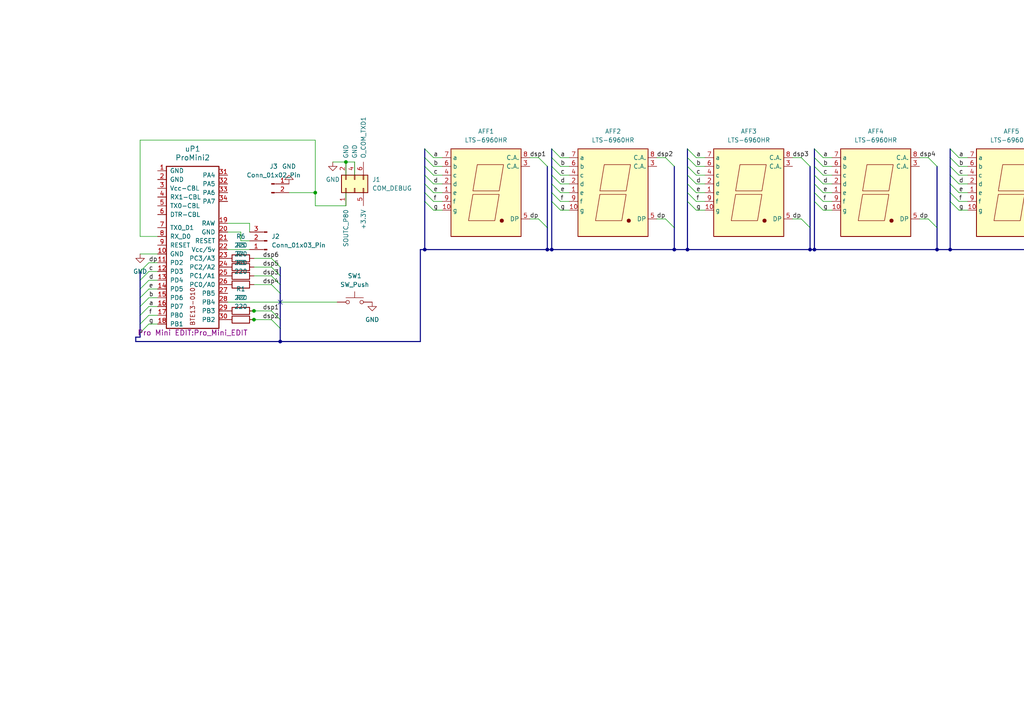
<source format=kicad_sch>
(kicad_sch (version 20230121) (generator eeschema)
  (paper "A4")
  (lib_symbols
    (symbol "COM_DEBUG:COM_DEBUG_Header" (pin_names (offset 1.016))
      (property "Reference" "J1" (at 6.35 1.27 0))
      (property "Value" "COM_DEBUG" (at 6.35 -1.27 0))
      (symbol "COM_DEBUG_Header_1_1"
        (rectangle (start -2.54 -2.54) (end 5.08 2.54) (stroke (width 0.254)) (fill (type background)))
        (rectangle (start -1.397 -2.54) (end -1.143 -1.27) (stroke (width 0.1524)))
        (rectangle (start -1.397 2.54) (end -1.143 1.27) (stroke (width 0.1524)))
        (rectangle (start 1.143 -2.54) (end 1.397 -1.27) (stroke (width 0.1524)))
        (rectangle (start 1.143 2.54) (end 1.397 1.27) (stroke (width 0.1524)))
        (rectangle (start 3.683 -2.54) (end 3.937 -1.27) (stroke (width 0.1524)))
        (rectangle (start 3.683 2.54) (end 3.937 1.27) (stroke (width 0.1524)))
        (pin passive line (at -1.27 -2.54 270) (length 3.81) (name "SOUTC_P80") (number "1"))
        (pin passive line (at -1.27 2.54 90) (length 3.81) (name "GND") (number "2"))
        (pin passive line (at 1.27 2.54 90) (length 3.81) (name "GND") (number "4"))
        (pin passive line (at 3.81 -2.54 270) (length 3.81) (name "+3.3V") (number "5"))
        (pin passive line (at 3.81 2.54 90) (length 3.81) (name "O_COM_TXD1") (number "6"))
      )
    )
    (symbol "Connector:Conn_01x02_Pin" (pin_names (offset 1.016) hide)
      (property "Reference" "J" (at 0 2.54 0))
      (property "Value" "Conn_01x02_Pin" (at 0 -5.08 0))
      (symbol "Conn_01x02_Pin_1_1"
        (polyline (pts (xy 1.27 -2.54) (xy 0.8636 -2.54)) (stroke (width 0.1524)))
        (polyline (pts (xy 1.27 0) (xy 0.8636 0)) (stroke (width 0.1524)))
        (rectangle (start 0.8636 -2.413) (end 0 -2.667) (stroke (width 0.1524)) (fill (type outline)))
        (rectangle (start 0.8636 0.127) (end 0 -0.127) (stroke (width 0.1524)) (fill (type outline)))
        (pin passive line (at 5.08 0 180) (length 3.81) (name "Pin_1") (number "1"))
        (pin passive line (at 5.08 -2.54 180) (length 3.81) (name "Pin_2") (number "2"))
      )
    )
    (symbol "Connector:Conn_01x03_Pin" (pin_names (offset 1.016) hide)
      (property "Reference" "J" (at 0 5.08 0))
      (property "Value" "Conn_01x03_Pin" (at 0 -5.08 0))
      (symbol "Conn_01x03_Pin_1_1"
        (polyline (pts (xy 1.27 -2.54) (xy 0.8636 -2.54)) (stroke (width 0.1524)))
        (polyline (pts (xy 1.27 0) (xy 0.8636 0)) (stroke (width 0.1524)))
        (polyline (pts (xy 1.27 2.54) (xy 0.8636 2.54)) (stroke (width 0.1524)))
        (rectangle (start 0.8636 -2.413) (end 0 -2.667) (stroke (width 0.1524)) (fill (type outline)))
        (rectangle (start 0.8636 0.127) (end 0 -0.127) (stroke (width 0.1524)) (fill (type outline)))
        (rectangle (start 0.8636 2.667) (end 0 2.413) (stroke (width 0.1524)) (fill (type outline)))
        (pin passive line (at 5.08 2.54 180) (length 3.81) (name "Pin_1") (number "1"))
        (pin passive line (at 5.08 0 180) (length 3.81) (name "Pin_2") (number "2"))
        (pin passive line (at 5.08 -2.54 180) (length 3.81) (name "Pin_3") (number "3"))
      )
    )
    (symbol "Device:R" (pin_numbers hide) (pin_names (offset 0))
      (property "Reference" "R" (at 2.032 0 90))
      (property "Value" "R" (at 0 0 90))
      (symbol "R_0_1"
        (rectangle (start -1.016 -2.54) (end 1.016 2.54) (stroke (width 0.254)))
      )
      (symbol "R_1_1"
        (pin passive line (at 0 3.81 270) (length 1.27) (name "~") (number "1"))
        (pin passive line (at 0 -3.81 90) (length 1.27) (name "~") (number "2"))
      )
    )
    (symbol "Display_Character:LTS-6960HR"
      (property "Reference" "AFF" (at -7.874 13.97 0))
      (property "Value" "LTS-6960HR" (at -2.032 13.97 0))
      (symbol "LTS-6960HR_0_1"
        (rectangle (start -10.16 12.7) (end 10.16 -12.7) (stroke (width 0.254)) (fill (type background)))
        (polyline (pts (xy -3.81 -0.508) (xy 3.81 -0.508) (xy 2.54 -8.128) (xy -5.08 -8.128) (xy -3.81 -0.508) (xy -3.81 -0.508)))
        (polyline (pts (xy -2.54 8.128) (xy 5.08 8.128) (xy 3.81 0.508) (xy -3.81 0.508) (xy -2.54 8.128) (xy -2.54 8.128)))
        (circle (center 4.572 -8.128) (radius 0.508) (fill (type outline)))
      )
      (symbol "LTS-6960HR_1_1"
        (pin passive line (at -12.7 0 0) (length 2.54) (name "e") (number "1"))
        (pin passive line (at -12.7 -5.08 0) (length 2.54) (name "g") (number "10"))
        (pin passive line (at -12.7 2.54 0) (length 2.54) (name "d") (number "2"))
        (pin passive line (at 12.7 7.62 180) (length 2.54) (name "C.A.") (number "3"))
        (pin passive line (at -12.7 5.08 0) (length 2.54) (name "c") (number "4"))
        (pin passive line (at 12.7 -7.62 180) (length 2.54) (name "DP") (number "5"))
        (pin passive line (at -12.7 7.62 0) (length 2.54) (name "b") (number "6"))
        (pin passive line (at -12.7 10.16 0) (length 2.54) (name "a") (number "7"))
        (pin passive line (at 12.7 10.16 180) (length 2.54) (name "C.A.") (number "8"))
        (pin passive line (at -12.7 -2.54 0) (length 2.54) (name "f") (number "9"))
      )
    )
    (symbol "Switch:SW_Push" (pin_numbers hide) (pin_names (offset 1.016) hide)
      (property "Reference" "SW" (at 1.27 2.54 0))
      (property "Value" "SW_Push" (at 0 -1.524 0))
      (symbol "SW_Push_0_1"
        (circle (center -2.032 0) (radius 0.508))
        (polyline (pts (xy 0 1.27) (xy 0 3.048)))
        (polyline (pts (xy 2.54 1.27) (xy -2.54 1.27)))
        (circle (center 2.032 0) (radius 0.508))
        (pin passive line (at -5.08 0 0) (length 2.54) (name "1") (number "1"))
        (pin passive line (at 5.08 0 180) (length 2.54) (name "2") (number "2"))
      )
    )
    (symbol "j_ProcessorBoards:ProMini2" (pin_names (offset 1.016))
      (property "Reference" "uP" (at -12.7 -8.89 0))
      (property "Value" "ProMini2" (at -15.24 -58.42 0))
      (symbol "ProMini2_0_1"
        (rectangle (start -22.86 -10.16) (end -7.62 -57.15) (stroke (width 0.3048)))
      )
      (symbol "ProMini2_1_0"
        (text "BTE13-010" (at -15.24 -50.8 900) (effects (font (size 1.27 1.27))))
      )
      (symbol "ProMini2_1_1"
        (pin input line (at -25.4 -11.43 0) (length 2.54) (name "GND") (number "1"))
        (pin input line (at -25.4 -35.56 0) (length 2.54) (name "GND") (number "10"))
        (pin bidirectional line (at -25.4 -38.1 0) (length 2.54) (name "PD2") (number "11"))
        (pin bidirectional line (at -25.4 -40.64 0) (length 2.54) (name "PD3") (number "12"))
        (pin bidirectional line (at -25.4 -43.18 0) (length 2.54) (name "PD4") (number "13"))
        (pin bidirectional line (at -25.4 -45.72 0) (length 2.54) (name "PD5") (number "14"))
        (pin bidirectional line (at -25.4 -48.26 0) (length 2.54) (name "PD6") (number "15"))
        (pin bidirectional line (at -25.4 -50.8 0) (length 2.54) (name "PD7") (number "16"))
        (pin bidirectional line (at -25.4 -53.34 0) (length 2.54) (name "PB0") (number "17"))
        (pin bidirectional line (at -25.4 -55.88 0) (length 2.54) (name "PB1") (number "18"))
        (pin input line (at -5.08 -26.67 180) (length 2.54) (name "RAW") (number "19"))
        (pin input line (at -25.4 -13.97 0) (length 2.54) (name "GND") (number "2"))
        (pin input line (at -5.08 -29.21 180) (length 2.54) (name "GND") (number "20"))
        (pin input line (at -5.08 -31.75 180) (length 2.54) (name "RESET") (number "21"))
        (pin input line (at -5.08 -34.29 180) (length 2.54) (name "Vcc/5v") (number "22"))
        (pin bidirectional line (at -5.08 -36.83 180) (length 2.54) (name "PC3/A3") (number "23"))
        (pin bidirectional line (at -5.08 -39.37 180) (length 2.54) (name "PC2/A2") (number "24"))
        (pin bidirectional line (at -5.08 -41.91 180) (length 2.54) (name "PC1/A1") (number "25"))
        (pin bidirectional line (at -5.08 -44.45 180) (length 2.54) (name "PC0/A0") (number "26"))
        (pin bidirectional line (at -5.08 -46.99 180) (length 2.54) (name "PB5") (number "27"))
        (pin bidirectional line (at -5.08 -49.53 180) (length 2.54) (name "PB4") (number "28"))
        (pin bidirectional line (at -5.08 -52.07 180) (length 2.54) (name "PB3") (number "29"))
        (pin power_in line (at -25.4 -16.51 0) (length 2.54) (name "Vcc-CBL") (number "3"))
        (pin bidirectional line (at -5.08 -54.61 180) (length 2.54) (name "PB2") (number "30"))
        (pin bidirectional line (at -5.08 -12.7 180) (length 2.54) (name "PA4") (number "31"))
        (pin bidirectional line (at -5.08 -15.24 180) (length 2.54) (name "PA5") (number "32"))
        (pin bidirectional line (at -5.08 -17.78 180) (length 2.54) (name "PA6") (number "33"))
        (pin bidirectional line (at -5.08 -20.32 180) (length 2.54) (name "PA7") (number "34"))
        (pin bidirectional line (at -25.4 -19.05 0) (length 2.54) (name "RX1-CBL") (number "4"))
        (pin bidirectional line (at -25.4 -21.59 0) (length 2.54) (name "TX0-CBL") (number "5"))
        (pin bidirectional line (at -25.4 -24.13 0) (length 2.54) (name "DTR-CBL") (number "6"))
        (pin bidirectional line (at -25.4 -27.94 0) (length 2.54) (name "TX0_D1") (number "7"))
        (pin bidirectional line (at -25.4 -30.48 0) (length 2.54) (name "RX_D0") (number "8"))
        (pin input line (at -25.4 -33.02 0) (length 2.54) (name "RESET") (number "9"))
      )
    )
    (symbol "power:GND" (power) (pin_names (offset 0))
      (property "Value" "GND" (at 0 -3.81 0))
      (symbol "GND_0_1"
        (polyline (pts (xy 0 0) (xy 0 -1.27) (xy 1.27 -1.27) (xy 0 -2.54) (xy -1.27 -1.27) (xy 0 -1.27)))
      )
      (symbol "GND_1_1"
        (pin power_in line (at 0 0 270) (length 0) hide (name "GND") (number "1"))
      )
    )
  )
  (junction (at 271.78 72.39))
  (junction (at 199.39 72.39))
  (junction (at 158.75 72.39))
  (junction (at 275.59 72.39))
  (junction (at 236.22 72.39))
  (junction (at 100.33 46.99))
  (junction (at 312.42 72.39))
  (junction (at 81.28 99.06))
  (junction (at 123.19 72.39))
  (junction (at 311.15 72.39))
  (junction (at 160.02 72.39))
  (junction (at 234.95 72.39))
  (junction (at 73.66 92.71))
  (junction (at 91.44 55.88))
  (junction (at 73.66 90.17))
  (junction (at 195.58 72.39))
  (no_connect (at 81.28 87.63))
  (bus_entry (at 201.93 55.88) (size -2.54 -2.54))
  (bus_entry (at 156.21 63.5) (size 2.54 2.54))
  (bus_entry (at 201.93 60.96) (size -2.54 -2.54))
  (bus_entry (at 193.04 45.72) (size 2.54 2.54))
  (bus_entry (at 314.96 45.72) (size -2.54 -2.54))
  (bus_entry (at 278.13 48.26) (size -2.54 -2.54))
  (bus_entry (at 238.76 50.8) (size -2.54 -2.54))
  (bus_entry (at 43.18 76.2) (size -2.54 2.54))
  (bus_entry (at 201.93 58.42) (size -2.54 -2.54))
  (bus_entry (at 43.18 78.74) (size -2.54 2.54))
  (bus_entry (at 125.73 58.42) (size -2.54 -2.54))
  (bus_entry (at 43.18 93.98) (size -2.54 2.54))
  (bus_entry (at 201.93 50.8) (size -2.54 -2.54))
  (bus_entry (at 125.73 53.34) (size -2.54 -2.54))
  (bus_entry (at 43.18 81.28) (size -2.54 2.54))
  (bus_entry (at 125.73 55.88) (size -2.54 -2.54))
  (bus_entry (at 78.74 92.71) (size 2.54 2.54))
  (bus_entry (at 314.96 58.42) (size -2.54 -2.54))
  (bus_entry (at 78.74 80.01) (size 2.54 2.54))
  (bus_entry (at 78.74 82.55) (size 2.54 2.54))
  (bus_entry (at 308.61 63.5) (size 2.54 2.54))
  (bus_entry (at 314.96 60.96) (size -2.54 -2.54))
  (bus_entry (at 193.04 63.5) (size 2.54 2.54))
  (bus_entry (at 314.96 53.34) (size -2.54 -2.54))
  (bus_entry (at 278.13 53.34) (size -2.54 -2.54))
  (bus_entry (at 125.73 45.72) (size -2.54 -2.54))
  (bus_entry (at 201.93 53.34) (size -2.54 -2.54))
  (bus_entry (at 238.76 55.88) (size -2.54 -2.54))
  (bus_entry (at 238.76 58.42) (size -2.54 -2.54))
  (bus_entry (at 43.18 91.44) (size -2.54 2.54))
  (bus_entry (at 269.24 45.72) (size 2.54 2.54))
  (bus_entry (at 238.76 60.96) (size -2.54 -2.54))
  (bus_entry (at 345.44 63.5) (size 2.54 2.54))
  (bus_entry (at 43.18 86.36) (size -2.54 2.54))
  (bus_entry (at 125.73 60.96) (size -2.54 -2.54))
  (bus_entry (at 314.96 55.88) (size -2.54 -2.54))
  (bus_entry (at 162.56 50.8) (size -2.54 -2.54))
  (bus_entry (at 232.41 63.5) (size 2.54 2.54))
  (bus_entry (at 162.56 48.26) (size -2.54 -2.54))
  (bus_entry (at 278.13 45.72) (size -2.54 -2.54))
  (bus_entry (at 125.73 50.8) (size -2.54 -2.54))
  (bus_entry (at 78.74 74.93) (size 2.54 2.54))
  (bus_entry (at 43.18 83.82) (size -2.54 2.54))
  (bus_entry (at 278.13 58.42) (size -2.54 -2.54))
  (bus_entry (at 201.93 45.72) (size -2.54 -2.54))
  (bus_entry (at 278.13 55.88) (size -2.54 -2.54))
  (bus_entry (at 308.61 48.26) (size 2.54 2.54))
  (bus_entry (at 314.96 50.8) (size -2.54 -2.54))
  (bus_entry (at 162.56 45.72) (size -2.54 -2.54))
  (bus_entry (at 78.74 77.47) (size 2.54 2.54))
  (bus_entry (at 238.76 45.72) (size -2.54 -2.54))
  (bus_entry (at 162.56 55.88) (size -2.54 -2.54))
  (bus_entry (at 278.13 50.8) (size -2.54 -2.54))
  (bus_entry (at 162.56 53.34) (size -2.54 -2.54))
  (bus_entry (at 278.13 60.96) (size -2.54 -2.54))
  (bus_entry (at 78.74 90.17) (size 2.54 2.54))
  (bus_entry (at 125.73 48.26) (size -2.54 -2.54))
  (bus_entry (at 232.41 45.72) (size 2.54 2.54))
  (bus_entry (at 162.56 60.96) (size -2.54 -2.54))
  (bus_entry (at 201.93 48.26) (size -2.54 -2.54))
  (bus_entry (at 238.76 53.34) (size -2.54 -2.54))
  (bus_entry (at 314.96 48.26) (size -2.54 -2.54))
  (bus_entry (at 238.76 48.26) (size -2.54 -2.54))
  (bus_entry (at 162.56 58.42) (size -2.54 -2.54))
  (bus_entry (at 269.24 63.5) (size 2.54 2.54))
  (bus_entry (at 345.44 48.26) (size 2.54 2.54))
  (bus_entry (at 156.21 45.72) (size 2.54 2.54))
  (bus_entry (at 43.18 88.9) (size -2.54 2.54))
  (wire (pts (xy 40.64 73.66) (xy 45.72 73.66)))
  (wire (pts (xy 43.18 83.82) (xy 45.72 83.82)))
  (wire (pts (xy 66.04 87.63) (xy 97.79 87.63)))
  (wire (pts (xy 201.93 55.88) (xy 204.47 55.88)))
  (wire (pts (xy 190.5 45.72) (xy 193.04 45.72)))
  (bus (pts (xy 160.02 45.72) (xy 160.02 48.26)))
  (wire (pts (xy 73.66 80.01) (xy 78.74 80.01)))
  (bus (pts (xy 40.64 86.36) (xy 40.64 88.9)))
  (bus (pts (xy 40.64 88.9) (xy 40.64 91.44)))
  (bus (pts (xy 195.58 72.39) (xy 199.39 72.39)))
  (bus (pts (xy 236.22 45.72) (xy 236.22 48.26)))
  (wire (pts (xy 162.56 45.72) (xy 165.1 45.72)))
  (wire (pts (xy 153.67 45.72) (xy 156.21 45.72)))
  (bus (pts (xy 275.59 55.88) (xy 275.59 58.42)))
  (bus (pts (xy 234.95 72.39) (xy 236.22 72.39)))
  (wire (pts (xy 314.96 53.34) (xy 317.5 53.34)))
  (wire (pts (xy 201.93 60.96) (xy 204.47 60.96)))
  (wire (pts (xy 266.7 63.5) (xy 269.24 63.5)))
  (wire (pts (xy 96.52 46.99) (xy 100.33 46.99)))
  (wire (pts (xy 43.18 86.36) (xy 45.72 86.36)))
  (bus (pts (xy 160.02 43.18) (xy 160.02 45.72)))
  (wire (pts (xy 238.76 60.96) (xy 241.3 60.96)))
  (wire (pts (xy 314.96 60.96) (xy 317.5 60.96)))
  (bus (pts (xy 311.15 50.8) (xy 311.15 66.04)))
  (bus (pts (xy 81.28 92.71) (xy 81.28 95.25)))
  (wire (pts (xy 278.13 60.96) (xy 280.67 60.96)))
  (bus (pts (xy 199.39 45.72) (xy 199.39 48.26)))
  (bus (pts (xy 195.58 72.39) (xy 160.02 72.39)))
  (wire (pts (xy 314.96 45.72) (xy 317.5 45.72)))
  (wire (pts (xy 162.56 53.34) (xy 165.1 53.34)))
  (bus (pts (xy 81.28 80.01) (xy 81.28 82.55)))
  (bus (pts (xy 271.78 72.39) (xy 236.22 72.39)))
  (wire (pts (xy 72.39 64.77) (xy 66.04 64.77)))
  (bus (pts (xy 123.19 53.34) (xy 123.19 55.88)))
  (bus (pts (xy 275.59 58.42) (xy 275.59 72.39)))
  (wire (pts (xy 201.93 58.42) (xy 204.47 58.42)))
  (bus (pts (xy 236.22 55.88) (xy 236.22 58.42)))
  (bus (pts (xy 312.42 55.88) (xy 312.42 58.42)))
  (bus (pts (xy 199.39 58.42) (xy 199.39 72.39)))
  (wire (pts (xy 314.96 58.42) (xy 317.5 58.42)))
  (bus (pts (xy 195.58 66.04) (xy 195.58 72.39)))
  (bus (pts (xy 199.39 43.18) (xy 199.39 45.72)))
  (bus (pts (xy 236.22 48.26) (xy 236.22 50.8)))
  (bus (pts (xy 275.59 53.34) (xy 275.59 55.88)))
  (bus (pts (xy 271.78 48.26) (xy 271.78 66.04)))
  (wire (pts (xy 125.73 60.96) (xy 128.27 60.96)))
  (wire (pts (xy 162.56 60.96) (xy 165.1 60.96)))
  (bus (pts (xy 39.37 97.79) (xy 40.64 97.79)))
  (wire (pts (xy 72.39 90.17) (xy 73.66 90.17)))
  (bus (pts (xy 158.75 48.26) (xy 158.75 66.04)))
  (bus (pts (xy 121.92 72.39) (xy 123.19 72.39)))
  (bus (pts (xy 271.78 66.04) (xy 271.78 72.39)))
  (bus (pts (xy 123.19 50.8) (xy 123.19 53.34)))
  (wire (pts (xy 314.96 50.8) (xy 317.5 50.8)))
  (wire (pts (xy 43.18 93.98) (xy 45.72 93.98)))
  (wire (pts (xy 72.39 92.71) (xy 73.66 92.71)))
  (bus (pts (xy 275.59 50.8) (xy 275.59 53.34)))
  (bus (pts (xy 40.64 91.44) (xy 40.64 93.98)))
  (wire (pts (xy 238.76 55.88) (xy 241.3 55.88)))
  (bus (pts (xy 160.02 55.88) (xy 160.02 58.42)))
  (bus (pts (xy 81.28 85.09) (xy 81.28 92.71)))
  (wire (pts (xy 102.87 46.99) (xy 102.87 50.8)))
  (wire (pts (xy 125.73 45.72) (xy 128.27 45.72)))
  (bus (pts (xy 123.19 48.26) (xy 123.19 50.8)))
  (wire (pts (xy 238.76 53.34) (xy 241.3 53.34)))
  (bus (pts (xy 81.28 77.47) (xy 81.28 80.01)))
  (bus (pts (xy 234.95 48.26) (xy 234.95 66.04)))
  (bus (pts (xy 312.42 50.8) (xy 312.42 53.34)))
  (wire (pts (xy 91.44 40.64) (xy 91.44 55.88)))
  (bus (pts (xy 347.98 72.39) (xy 312.42 72.39)))
  (bus (pts (xy 199.39 50.8) (xy 199.39 53.34)))
  (bus (pts (xy 275.59 48.26) (xy 275.59 50.8)))
  (bus (pts (xy 312.42 48.26) (xy 312.42 50.8)))
  (wire (pts (xy 40.64 68.58) (xy 40.64 40.64)))
  (bus (pts (xy 160.02 48.26) (xy 160.02 50.8)))
  (bus (pts (xy 158.75 66.04) (xy 158.75 72.39)))
  (bus (pts (xy 312.42 53.34) (xy 312.42 55.88)))
  (wire (pts (xy 73.66 74.93) (xy 78.74 74.93)))
  (wire (pts (xy 162.56 48.26) (xy 165.1 48.26)))
  (wire (pts (xy 278.13 53.34) (xy 280.67 53.34)))
  (bus (pts (xy 160.02 58.42) (xy 160.02 72.39)))
  (wire (pts (xy 125.73 55.88) (xy 128.27 55.88)))
  (wire (pts (xy 83.82 55.88) (xy 91.44 55.88)))
  (wire (pts (xy 238.76 58.42) (xy 241.3 58.42)))
  (wire (pts (xy 162.56 55.88) (xy 165.1 55.88)))
  (bus (pts (xy 40.64 78.74) (xy 40.64 81.28)))
  (bus (pts (xy 195.58 48.26) (xy 195.58 66.04)))
  (bus (pts (xy 123.19 43.18) (xy 123.19 45.72)))
  (wire (pts (xy 43.18 91.44) (xy 45.72 91.44)))
  (wire (pts (xy 278.13 45.72) (xy 280.67 45.72)))
  (wire (pts (xy 91.44 55.88) (xy 91.44 59.69)))
  (bus (pts (xy 123.19 45.72) (xy 123.19 48.26)))
  (wire (pts (xy 43.18 88.9) (xy 45.72 88.9)))
  (bus (pts (xy 121.92 99.06) (xy 81.28 99.06)))
  (bus (pts (xy 312.42 45.72) (xy 312.42 48.26)))
  (bus (pts (xy 160.02 53.34) (xy 160.02 55.88)))
  (wire (pts (xy 278.13 55.88) (xy 280.67 55.88)))
  (wire (pts (xy 43.18 76.2) (xy 45.72 76.2)))
  (wire (pts (xy 125.73 53.34) (xy 128.27 53.34)))
  (bus (pts (xy 312.42 43.18) (xy 312.42 45.72)))
  (bus (pts (xy 39.37 97.79) (xy 39.37 99.06)))
  (wire (pts (xy 342.9 48.26) (xy 345.44 48.26)))
  (bus (pts (xy 40.64 81.28) (xy 40.64 83.82)))
  (bus (pts (xy 236.22 53.34) (xy 236.22 55.88)))
  (wire (pts (xy 45.72 68.58) (xy 40.64 68.58)))
  (bus (pts (xy 123.19 55.88) (xy 123.19 58.42)))
  (bus (pts (xy 234.95 72.39) (xy 199.39 72.39)))
  (wire (pts (xy 69.85 67.31) (xy 66.04 67.31)))
  (bus (pts (xy 158.75 72.39) (xy 160.02 72.39)))
  (wire (pts (xy 100.33 46.99) (xy 100.33 50.8)))
  (wire (pts (xy 153.67 63.5) (xy 156.21 63.5)))
  (bus (pts (xy 158.75 72.39) (xy 123.19 72.39)))
  (bus (pts (xy 275.59 43.18) (xy 275.59 45.72)))
  (bus (pts (xy 236.22 50.8) (xy 236.22 53.34)))
  (wire (pts (xy 125.73 58.42) (xy 128.27 58.42)))
  (bus (pts (xy 199.39 48.26) (xy 199.39 50.8)))
  (wire (pts (xy 91.44 59.69) (xy 100.33 59.69)))
  (bus (pts (xy 199.39 55.88) (xy 199.39 58.42)))
  (wire (pts (xy 72.39 69.85) (xy 69.85 69.85)))
  (wire (pts (xy 73.66 82.55) (xy 78.74 82.55)))
  (wire (pts (xy 73.66 77.47) (xy 78.74 77.47)))
  (wire (pts (xy 201.93 53.34) (xy 204.47 53.34)))
  (wire (pts (xy 229.87 45.72) (xy 232.41 45.72)))
  (bus (pts (xy 81.28 95.25) (xy 81.28 99.06)))
  (wire (pts (xy 162.56 50.8) (xy 165.1 50.8)))
  (wire (pts (xy 314.96 55.88) (xy 317.5 55.88)))
  (bus (pts (xy 123.19 58.42) (xy 123.19 72.39)))
  (bus (pts (xy 81.28 82.55) (xy 81.28 85.09)))
  (wire (pts (xy 100.33 55.88) (xy 100.33 59.69)))
  (bus (pts (xy 312.42 58.42) (xy 312.42 72.39)))
  (bus (pts (xy 39.37 99.06) (xy 81.28 99.06)))
  (wire (pts (xy 73.66 92.71) (xy 78.74 92.71)))
  (wire (pts (xy 278.13 58.42) (xy 280.67 58.42)))
  (bus (pts (xy 275.59 45.72) (xy 275.59 48.26)))
  (bus (pts (xy 40.64 93.98) (xy 40.64 96.52)))
  (wire (pts (xy 66.04 72.39) (xy 72.39 72.39)))
  (wire (pts (xy 100.33 46.99) (xy 102.87 46.99)))
  (bus (pts (xy 271.78 72.39) (xy 275.59 72.39)))
  (wire (pts (xy 69.85 69.85) (xy 69.85 67.31)))
  (bus (pts (xy 347.98 66.04) (xy 347.98 72.39)))
  (wire (pts (xy 73.66 90.17) (xy 78.74 90.17)))
  (bus (pts (xy 236.22 58.42) (xy 236.22 72.39)))
  (wire (pts (xy 201.93 48.26) (xy 204.47 48.26)))
  (bus (pts (xy 234.95 66.04) (xy 234.95 72.39)))
  (wire (pts (xy 190.5 63.5) (xy 193.04 63.5)))
  (wire (pts (xy 72.39 67.31) (xy 72.39 64.77)))
  (wire (pts (xy 43.18 81.28) (xy 45.72 81.28)))
  (wire (pts (xy 125.73 48.26) (xy 128.27 48.26)))
  (wire (pts (xy 266.7 45.72) (xy 269.24 45.72)))
  (bus (pts (xy 347.98 50.8) (xy 347.98 66.04)))
  (bus (pts (xy 311.15 72.39) (xy 275.59 72.39)))
  (wire (pts (xy 229.87 63.5) (xy 232.41 63.5)))
  (bus (pts (xy 199.39 53.34) (xy 199.39 55.88)))
  (wire (pts (xy 201.93 50.8) (xy 204.47 50.8)))
  (wire (pts (xy 125.73 50.8) (xy 128.27 50.8)))
  (wire (pts (xy 43.18 78.74) (xy 45.72 78.74)))
  (bus (pts (xy 236.22 43.18) (xy 236.22 45.72)))
  (wire (pts (xy 238.76 48.26) (xy 241.3 48.26)))
  (bus (pts (xy 121.92 72.39) (xy 121.92 99.06)))
  (wire (pts (xy 238.76 45.72) (xy 241.3 45.72)))
  (wire (pts (xy 162.56 58.42) (xy 165.1 58.42)))
  (bus (pts (xy 40.64 83.82) (xy 40.64 86.36)))
  (wire (pts (xy 278.13 48.26) (xy 280.67 48.26)))
  (bus (pts (xy 160.02 50.8) (xy 160.02 53.34)))
  (bus (pts (xy 311.15 66.04) (xy 311.15 72.39)))
  (wire (pts (xy 306.07 48.26) (xy 308.61 48.26)))
  (bus (pts (xy 40.64 97.79) (xy 40.64 96.52)))
  (wire (pts (xy 342.9 63.5) (xy 345.44 63.5)))
  (wire (pts (xy 306.07 63.5) (xy 308.61 63.5)))
  (wire (pts (xy 201.93 45.72) (xy 204.47 45.72)))
  (wire (pts (xy 278.13 50.8) (xy 280.67 50.8)))
  (wire (pts (xy 314.96 48.26) (xy 317.5 48.26)))
  (wire (pts (xy 238.76 50.8) (xy 241.3 50.8)))
  (wire (pts (xy 40.64 40.64) (xy 91.44 40.64)))
  (bus (pts (xy 311.15 72.39) (xy 312.42 72.39)))
  (label "b" (at 43.18 86.36 0))
  (label "c" (at 201.93 50.8 0))
  (label "b" (at 162.56 48.26 0))
  (label "dsp1" (at 76.2 90.17 0))
  (label "c" (at 162.56 50.8 0))
  (label "a" (at 162.56 45.72 0))
  (label "f" (at 125.73 58.42 0))
  (label "dsp1" (at 153.67 45.72 0))
  (label "e" (at 125.73 55.88 0))
  (label "g" (at 314.96 60.96 0))
  (label "dsp2" (at 76.2 92.71 0))
  (label "b" (at 314.96 48.26 0))
  (label "dsp4" (at 76.2 82.55 0))
  (label "e" (at 238.76 55.88 0))
  (label "d" (at 201.93 53.34 0))
  (label "b" (at 278.13 48.26 0))
  (label "f" (at 43.18 91.44 0))
  (label "c" (at 238.76 50.8 0))
  (label "b" (at 238.76 48.26 0))
  (label "dsp3" (at 76.2 80.01 0))
  (label "a" (at 125.73 45.72 0))
  (label "f" (at 162.56 58.42 0))
  (label "f" (at 278.13 58.42 0))
  (label "dp" (at 342.9 63.5 0))
  (label "dp" (at 190.5 63.5 0))
  (label "c" (at 43.18 78.74 0))
  (label "dp" (at 43.18 76.2 0))
  (label "a" (at 238.76 45.72 0))
  (label "f" (at 201.93 58.42 0))
  (label "dp" (at 266.7 63.5 0))
  (label "c" (at 278.13 50.8 0))
  (label "d" (at 278.13 53.34 0))
  (label "b" (at 125.73 48.26 0))
  (label "g" (at 278.13 60.96 0))
  (label "g" (at 43.18 93.98 0))
  (label "c" (at 125.73 50.8 0))
  (label "dsp6" (at 342.9 48.26 0))
  (label "b" (at 201.93 48.26 0))
  (label "dsp6" (at 76.2 74.93 0))
  (label "g" (at 125.73 60.96 0))
  (label "g" (at 162.56 60.96 0))
  (label "d" (at 238.76 53.34 0))
  (label "d" (at 43.18 81.28 0))
  (label "dp" (at 153.67 63.5 0))
  (label "e" (at 314.96 55.88 0))
  (label "a" (at 314.96 45.72 0))
  (label "dsp5" (at 306.07 48.26 0))
  (label "d" (at 314.96 53.34 0))
  (label "e" (at 201.93 55.88 0))
  (label "e" (at 162.56 55.88 0))
  (label "dsp3" (at 229.87 45.72 0))
  (label "c" (at 314.96 50.8 0))
  (label "dsp2" (at 190.5 45.72 0))
  (label "dsp5" (at 76.2 77.47 0))
  (label "e" (at 43.18 83.82 0))
  (label "d" (at 162.56 53.34 0))
  (label "g" (at 201.93 60.96 0))
  (label "dp" (at 306.07 63.5 0))
  (label "a" (at 43.18 88.9 0))
  (label "f" (at 314.96 58.42 0))
  (label "dp" (at 229.87 63.5 0))
  (label "dsp4" (at 266.7 45.72 0))
  (label "g" (at 238.76 60.96 0))
  (label "f" (at 238.76 58.42 0))
  (label "d" (at 125.73 53.34 0))
  (label "a" (at 201.93 45.72 0))
  (label "e" (at 278.13 55.88 0))
  (label "a" (at 278.13 45.72 0))
  (symbol (lib_id "Device:R") (at 69.85 90.17 90) (unit 1)
    (property "Reference" "R1" (at 69.85 83.82 90))
    (property "Value" "220" (at 69.85 86.36 90))
    (property "Footprint" "Resistor_THT:R_Axial_DIN0204_L3.6mm_D1.6mm_P7.62mm_Horizontal" (effects hide))
  )
  (symbol (lib_id "COM_DEBUG:COM_DEBUG_Header") (at 101.6 53.34 0) (unit 1)
    (property "Reference" "J1" (at 107.95 52.07 0) (effects (justify left)))
    (property "Value" "COM_DEBUG" (at 107.95 54.61 0) (effects (justify left)))
    (property "Footprint" "Connector_PinHeader_2.54mm:PinHeader_2x03_P2.54mm_Vertical" (effects hide))
  )
  (symbol (lib_id "Device:R") (at 69.85 77.47 90) (unit 1)
    (property "Reference" "R5" (at 69.85 71.12 90))
    (property "Value" "220" (at 69.85 73.66 90))
    (property "Footprint" "Resistor_THT:R_Axial_DIN0204_L3.6mm_D1.6mm_P7.62mm_Horizontal" (effects hide))
    (property "Datasheet" "  (symbol \"Device:R\" (pin_numbers hide) (pin_names (offset 0)) (in_bom yes) (on_board yes)" (effects hide))
  )
  (symbol (lib_id "Device:R") (at 69.85 74.93 90) (unit 1)
    (property "Reference" "R6" (at 69.85 68.58 90))
    (property "Value" "220" (at 69.85 71.12 90))
    (property "Footprint" "Resistor_THT:R_Axial_DIN0204_L3.6mm_D1.6mm_P7.62mm_Horizontal" (effects hide))
    (property "Datasheet" "  (symbol \"Device:R\" (pin_numbers hide) (pin_names (offset 0)) (in_bom yes) (on_board yes)" (effects hide))
  )
  (symbol (lib_id "power:GND") (at 83.82 53.34 180) (unit 1)
    (property "Reference" "#PWR04" (effects hide))
    (property "Value" "GND" (at 83.82 48.26 0))
  )
  (symbol (lib_id "Device:R") (at 69.85 92.71 90) (unit 1)
    (property "Reference" "R2" (at 69.85 86.36 90))
    (property "Value" "220" (at 69.85 88.9 90))
    (property "Footprint" "Resistor_THT:R_Axial_DIN0204_L3.6mm_D1.6mm_P7.62mm_Horizontal" (effects hide))
    (property "Datasheet" "  (symbol \"Device:R\" (pin_numbers hide) (pin_names (offset 0)) (in_bom yes) (on_board yes)" (effects hide))
  )
  (symbol (lib_id "j_ProcessorBoards:ProMini2") (at 71.12 38.1 0) (unit 1)
    (property "Reference" "uP1" (at 55.88 43.18 0) (effects (font (size 1.524 1.524))))
    (property "Value" "ProMini2" (at 55.88 45.72 0) (effects (font (size 1.524 1.524))))
    (property "Footprint" "Pro Mini EDIT:Pro_Mini_EDIT" (at 55.88 96.52 0) (effects (font (size 1.524 1.524))))
  )
  (symbol (lib_id "Display_Character:LTS-6960HR") (at 177.8 55.88 0) (unit 1)
    (property "Reference" "AFF2" (at 177.8 38.1 0))
    (property "Value" "LTS-6960HR" (at 177.8 40.64 0))
    (property "Footprint" "Display_7Segment:D1X8K" (effects hide))
    (property "Datasheet" "https://datasheet.octopart.com/LTS-6960HR-Lite-On-datasheet-11803242.pdf" (effects hide))
  )
  (symbol (lib_id "Display_Character:LTS-6960HR") (at 254 55.88 0) (unit 1)
    (property "Reference" "AFF4" (at 254 38.1 0))
    (property "Value" "LTS-6960HR" (at 254 40.64 0))
    (property "Footprint" "Display_7Segment:D1X8K" (effects hide))
    (property "Datasheet" "https://datasheet.octopart.com/LTS-6960HR-Lite-On-datasheet-11803242.pdf" (effects hide))
  )
  (symbol (lib_id "Display_Character:LTS-6960HR") (at 217.17 55.88 0) (unit 1)
    (property "Reference" "AFF3" (at 217.17 38.1 0))
    (property "Value" "LTS-6960HR" (at 217.17 40.64 0))
    (property "Footprint" "Display_7Segment:D1X8K" (effects hide))
    (property "Datasheet" "https://datasheet.octopart.com/LTS-6960HR-Lite-On-datasheet-11803242.pdf" (effects hide))
  )
  (symbol (lib_id "power:GND") (at 107.95 87.63 0) (unit 1)
    (property "Reference" "#PWR01" (effects hide))
    (property "Value" "GND" (at 107.95 92.71 0))
  )
  (symbol (lib_id "Connector:Conn_01x03_Pin") (at 77.47 69.85 180) (unit 1)
    (property "Reference" "J2" (at 78.74 68.58 0) (effects (justify right)))
    (property "Value" "Conn_01x03_Pin" (at 78.74 71.12 0) (effects (justify right)))
    (property "Footprint" "Connector_PinHeader_2.54mm:PinHeader_1x03_P2.54mm_Vertical" (effects hide))
  )
  (symbol (lib_id "Switch:SW_Push") (at 102.87 87.63 0) (unit 1)
    (property "Reference" "SW1" (at 102.87 80.01 0))
    (property "Value" "SW_Push" (at 102.87 82.55 0))
    (property "Footprint" "Button_Switch_THT:SW_PUSH_6mm_H5mm" (effects hide))
  )
  (symbol (lib_id "Display_Character:LTS-6960HR") (at 330.2 55.88 0) (unit 1)
    (property "Reference" "AFF6" (at 330.2 38.1 0))
    (property "Value" "LTS-6960HR" (at 330.2 40.64 0))
    (property "Footprint" "Display_7Segment:D1X8K" (effects hide))
    (property "Datasheet" "https://datasheet.octopart.com/LTS-6960HR-Lite-On-datasheet-11803242.pdf" (effects hide))
  )
  (symbol (lib_id "Display_Character:LTS-6960HR") (at 140.97 55.88 0) (unit 1)
    (property "Reference" "AFF1" (at 140.97 38.1 0))
    (property "Value" "LTS-6960HR" (at 140.97 40.64 0))
    (property "Footprint" "Display_7Segment:D1X8K" (effects hide))
    (property "Datasheet" "https://datasheet.octopart.com/LTS-6960HR-Lite-On-datasheet-11803242.pdf" (effects hide))
  )
  (symbol (lib_id "power:GND") (at 40.64 73.66 0) (unit 1)
    (property "Reference" "#PWR02" (effects hide))
    (property "Value" "GND" (at 40.64 78.74 0))
  )
  (symbol (lib_id "Device:R") (at 69.85 80.01 90) (unit 1)
    (property "Reference" "R4" (at 69.85 73.66 90))
    (property "Value" "220" (at 69.85 76.2 90))
    (property "Footprint" "Resistor_THT:R_Axial_DIN0204_L3.6mm_D1.6mm_P7.62mm_Horizontal" (effects hide))
    (property "Datasheet" "  (symbol \"Device:R\" (pin_numbers hide) (pin_names (offset 0)) (in_bom yes) (on_board yes)" (effects hide))
  )
  (symbol (lib_id "Connector:Conn_01x02_Pin") (at 78.74 53.34 0) (unit 1)
    (property "Reference" "J3" (at 79.375 48.26 0))
    (property "Value" "Conn_01x02_Pin" (at 79.375 50.8 0))
    (property "Footprint" "Connector_PinHeader_2.54mm:PinHeader_1x02_P2.54mm_Vertical" (effects hide))
  )
  (symbol (lib_id "Device:R") (at 69.85 82.55 90) (unit 1)
    (property "Reference" "R3" (at 69.85 76.2 90))
    (property "Value" "220" (at 69.85 78.74 90))
    (property "Footprint" "Resistor_THT:R_Axial_DIN0204_L3.6mm_D1.6mm_P7.62mm_Horizontal" (effects hide))
    (property "Datasheet" "  (symbol \"Device:R\" (pin_numbers hide) (pin_names (offset 0)) (in_bom yes) (on_board yes)" (effects hide))
  )
  (symbol (lib_id "Display_Character:LTS-6960HR") (at 293.37 55.88 0) (unit 1)
    (property "Reference" "AFF5" (at 293.37 38.1 0))
    (property "Value" "LTS-6960HR" (at 293.37 40.64 0))
    (property "Footprint" "Display_7Segment:D1X8K" (effects hide))
    (property "Datasheet" "https://datasheet.octopart.com/LTS-6960HR-Lite-On-datasheet-11803242.pdf" (effects hide))
  )
  (symbol (lib_id "power:GND") (at 96.52 46.99 0) (unit 1)
    (property "Reference" "#PWR03" (effects hide))
    (property "Value" "GND" (at 96.52 52.07 0))
  )
)
</source>
